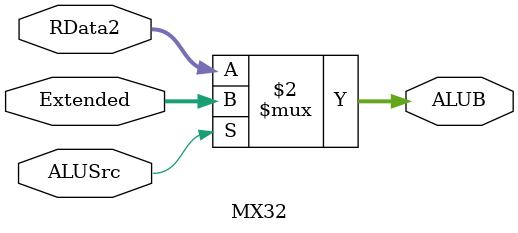
<source format=v>
`timescale 1ns / 1ps
module MX32(
    input [31:0]RData2,
    input [31:0]Extended,
    input ALUSrc,
    output [31:0]ALUB
    );
	assign ALUB = (ALUSrc == 1) ? Extended : RData2;

endmodule


</source>
